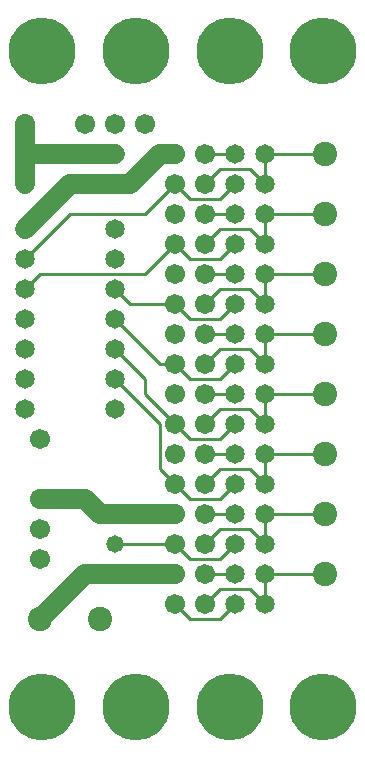
<source format=gbl>
%MOIN*%
%FSLAX25Y25*%
G04 D10 used for Character Trace; *
G04     Circle (OD=.01000) (No hole)*
G04 D11 used for Power Trace; *
G04     Circle (OD=.06700) (No hole)*
G04 D12 used for Signal Trace; *
G04     Circle (OD=.01100) (No hole)*
G04 D13 used for Via; *
G04     Circle (OD=.05800) (Round. Hole ID=.02800)*
G04 D14 used for Component hole; *
G04     Circle (OD=.06500) (Round. Hole ID=.03500)*
G04 D15 used for Component hole; *
G04     Circle (OD=.06700) (Round. Hole ID=.04300)*
G04 D16 used for Component hole; *
G04     Circle (OD=.08100) (Round. Hole ID=.05100)*
G04 D17 used for Component hole; *
G04     Circle (OD=.08900) (Round. Hole ID=.05900)*
G04 D18 used for Component hole; *
G04     Circle (OD=.11300) (Round. Hole ID=.08300)*
G04 D19 used for Component hole; *
G04     Circle (OD=.16000) (Round. Hole ID=.13000)*
G04 D20 used for Component hole; *
G04     Circle (OD=.18300) (Round. Hole ID=.15300)*
G04 D21 used for Component hole; *
G04     Circle (OD=.22291) (Round. Hole ID=.19291)*
%ADD10C,.01000*%
%ADD11C,.06700*%
%ADD12C,.01100*%
%ADD13C,.05800*%
%ADD14C,.06500*%
%ADD15C,.06700*%
%ADD16C,.08100*%
%ADD17C,.08900*%
%ADD18C,.11300*%
%ADD19C,.16000*%
%ADD20C,.18300*%
%ADD21C,.22291*%
%IPPOS*%
%LPD*%
G90*X0Y0D02*D21*X15625Y15625D03*D16*              
X35000Y45000D03*X15000D03*D11*X30000Y60000D01*    
X60000D01*D15*D03*D12*X65000Y65000D02*X75000D01*  
X80000Y70000D01*D14*D03*D12*X90000D02*            
X85000Y75000D01*D14*X90000Y70000D03*D12*Y80000D01*
D14*D03*D12*X110000D01*D16*D03*D14*               
X90000Y100000D03*D12*Y90000D01*D14*D03*D12*       
X85000Y95000D01*X75000D01*X70000Y90000D01*D15*D03*
D12*X65000Y85000D02*X75000D01*X65000D02*          
X60000Y90000D01*D15*D03*D12*X55000Y95000D01*      
Y110000D01*X40000Y125000D01*D14*D03*D12*          
X60000Y110000D02*X50000Y120000D01*D15*            
X60000Y110000D03*D12*X65000Y105000D01*X75000D01*  
X80000Y110000D01*D14*D03*D12*X90000D02*           
X85000Y115000D01*D14*X90000Y110000D03*D12*        
Y120000D01*D14*D03*D12*X110000D01*D16*D03*D14*    
X90000Y140000D03*D12*Y130000D01*D14*D03*D12*      
X85000Y135000D01*X75000D01*X70000Y130000D01*D15*  
D03*D12*X65000Y125000D02*X75000D01*X65000D02*     
X60000Y130000D01*D15*D03*D12*X55000D01*           
X40000Y145000D01*D14*D03*D12*X45000Y150000D02*    
X60000D01*D15*D03*D12*X65000Y145000D01*X75000D01* 
X80000Y150000D01*D14*D03*D12*X90000D02*           
X85000Y155000D01*D14*X90000Y150000D03*D12*        
Y160000D01*D14*D03*D12*X110000D01*D16*D03*D14*    
X90000Y180000D03*D12*Y170000D01*D14*D03*D12*      
X85000Y175000D01*X75000D01*X70000Y170000D01*D15*  
D03*D12*X65000Y165000D02*X75000D01*X65000D02*     
X60000Y170000D01*D15*D03*D12*X50000Y160000D01*    
X15000D01*X10000Y155000D01*D14*D03*Y165000D03*D12*
X25000Y180000D01*X50000D01*X60000Y190000D01*D15*  
D03*D12*X65000Y185000D01*X75000D01*               
X80000Y190000D01*D14*D03*D12*X90000D02*           
X85000Y195000D01*D14*X90000Y190000D03*D12*        
Y200000D01*D14*D03*D12*X110000D01*D16*D03*D12*    
X90000Y180000D02*X110000D01*D16*D03*D12*          
X75000Y155000D02*X85000D01*X70000Y150000D02*      
X75000Y155000D01*D15*X70000Y150000D03*D14*        
X80000Y140000D03*D12*X70000D01*D15*D03*D14*       
X80000Y130000D03*D12*X75000Y125000D01*D14*        
X80000Y120000D03*D12*X70000D01*D15*D03*D12*       
Y110000D02*X75000Y115000D01*D15*X70000Y110000D03* 
D12*X75000Y115000D02*X85000D01*D15*               
X70000Y100000D03*D12*X80000D01*D14*D03*D12*       
X90000D02*X110000D01*D16*D03*D12*X75000Y75000D02* 
X85000D01*X70000Y70000D02*X75000Y75000D01*D15*    
X70000Y70000D03*D12*X65000Y65000D02*              
X60000Y70000D01*D15*D03*D12*X40000D01*D13*D03*D11*
X35000Y80000D02*X60000D01*D15*D03*X70000D03*D12*  
X80000D01*D14*D03*D12*X75000Y85000D02*            
X80000Y90000D01*D14*D03*D15*X60000Y100000D03*D16* 
X110000Y60000D03*D12*X90000D01*D14*D03*D12*       
Y50000D01*D14*D03*D12*X85000Y55000D01*X75000D01*  
X70000Y50000D01*D15*D03*D12*X65000Y45000D02*      
X75000D01*X65000D02*X60000Y50000D01*D15*D03*      
X70000Y60000D03*D12*X80000D01*D14*D03*Y50000D03*  
D12*X75000Y45000D01*D21*X46875Y15625D03*X78125D03*
X109375D03*D11*X35000Y80000D02*X30000Y85000D01*   
X15000D01*D15*D03*Y75000D03*Y105000D03*Y65000D03* 
D14*X40000Y115000D03*X10000D03*D12*               
X50000Y120000D02*Y125000D01*X40000Y135000D01*D14* 
D03*D12*X45000Y150000D02*X40000Y155000D01*D14*D03*
Y165000D03*D15*X60000Y140000D03*D14*              
X40000Y175000D03*D15*X60000Y160000D03*Y180000D03* 
D14*X10000Y125000D03*Y175000D03*D11*              
X25000Y190000D01*X30000D01*D14*D03*D11*X45000D01* 
X55000Y200000D01*X60000D01*D15*D03*               
X70000Y190000D03*D12*X75000Y195000D01*X85000D01*  
D14*X80000Y200000D03*D12*X70000D01*D15*D03*       
X50000Y210000D03*X70000Y180000D03*D12*X80000D01*  
D14*D03*Y170000D03*D12*X75000Y165000D01*D14*      
X80000Y160000D03*D12*X70000D01*D15*D03*D12*       
X90000Y140000D02*X110000D01*D16*D03*D15*          
X60000Y120000D03*X40000Y210000D03*D13*Y200000D03* 
D11*X10000D01*Y190000D01*D14*D03*D11*Y200000D02*  
Y210000D01*D15*D03*X30000D03*D21*X15625Y234375D03*
X46875D03*D14*X10000Y145000D03*D21*               
X78125Y234375D03*D14*X10000Y135000D03*D21*        
X109375Y234375D03*M02*                            

</source>
